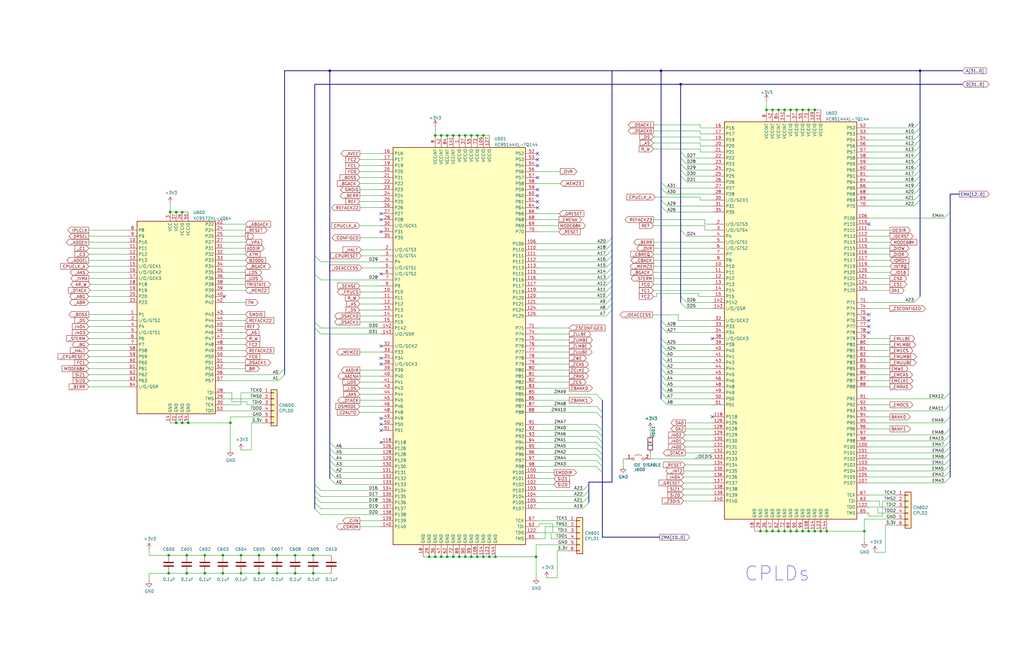
<source format=kicad_sch>
(kicad_sch (version 20211123) (generator eeschema)
  (paper "B")
  (title_block (title "Amiga N2630") (date "2022-07-21") (rev "2.1 QFP"))
  (junction (at 93.98 234.315))
  (junction (at 124.46 234.315))
  (junction (at 364.49 224.155))
  (junction (at 335.915 224.155))
  (junction (at 71.755 89.535))
  (junction (at 226.06 234.95))
  (junction (at 74.295 178.435))
  (junction (at 74.295 89.535))
  (junction (at 109.22 234.315))
  (junction (at 71.12 234.315))
  (junction (at 206.375 234.95))
  (junction (at 132.08 234.315))
  (junction (at 208.915 234.95))
  (junction (at 203.835 57.15))
  (junction (at 139.065 29.845))
  (junction (at 109.22 241.935))
  (junction (at 132.08 241.935))
  (junction (at 191.135 57.15))
  (junction (at 193.675 57.15))
  (junction (at 86.36 234.315))
  (junction (at 196.215 57.15))
  (junction (at 325.755 224.155))
  (junction (at 183.515 57.15))
  (junction (at 191.135 234.95))
  (junction (at 76.835 178.435))
  (junction (at 343.535 46.355))
  (junction (at 330.835 224.155))
  (junction (at 387.985 29.845))
  (junction (at 116.84 234.315))
  (junction (at 188.595 57.15))
  (junction (at 97.155 178.435))
  (junction (at 201.295 57.15))
  (junction (at 180.975 234.95))
  (junction (at 340.995 46.355))
  (junction (at 287.02 35.56))
  (junction (at 78.74 234.315))
  (junction (at 76.835 89.535))
  (junction (at 78.74 241.935))
  (junction (at 124.46 241.935))
  (junction (at 278.765 29.845))
  (junction (at 333.375 224.155))
  (junction (at 101.6 234.315))
  (junction (at 340.995 224.155))
  (junction (at 323.215 46.355))
  (junction (at 325.755 46.355))
  (junction (at 338.455 46.355))
  (junction (at 346.075 224.155))
  (junction (at 186.055 234.95))
  (junction (at 198.755 57.15))
  (junction (at 79.375 178.435))
  (junction (at 196.215 234.95))
  (junction (at 186.055 57.15))
  (junction (at 93.98 241.935))
  (junction (at 328.295 46.355))
  (junction (at 101.6 241.935))
  (junction (at 323.215 224.155))
  (junction (at 328.295 224.155))
  (junction (at 343.535 224.155))
  (junction (at 330.835 46.355))
  (junction (at 116.84 241.935))
  (junction (at 335.915 46.355))
  (junction (at 320.675 224.155))
  (junction (at 338.455 224.155))
  (junction (at 183.515 234.95))
  (junction (at 71.12 241.935))
  (junction (at 86.36 241.935))
  (junction (at 333.375 46.355))
  (junction (at 193.675 234.95))
  (junction (at 203.835 234.95))
  (junction (at 188.595 234.95))
  (junction (at 201.295 234.95))
  (junction (at 348.615 224.155))
  (junction (at 198.755 234.95))
  (no_connect (at 94.615 125.095))
  (no_connect (at 300.355 142.875))
  (no_connect (at 160.655 186.69))
  (no_connect (at 226.695 85.09))
  (no_connect (at 226.695 87.63))
  (no_connect (at 226.695 82.55))
  (no_connect (at 226.695 80.01))
  (no_connect (at 226.695 74.93))
  (no_connect (at 226.695 67.31))
  (no_connect (at 226.695 64.77))
  (no_connect (at 226.695 69.85))
  (no_connect (at 160.655 115.57))
  (no_connect (at 160.655 97.79))
  (no_connect (at 160.655 90.17))
  (no_connect (at 300.355 175.895))
  (no_connect (at 366.395 94.615))
  (no_connect (at 160.655 153.67))
  (no_connect (at 160.655 146.05))
  (no_connect (at 160.655 92.71))
  (no_connect (at 366.395 140.335))
  (no_connect (at 366.395 137.795))
  (no_connect (at 366.395 135.255))
  (no_connect (at 160.655 151.13))
  (no_connect (at 160.655 179.07))
  (no_connect (at 160.655 176.53))
  (no_connect (at 160.655 181.61))
  (no_connect (at 366.395 132.715))
  (bus_entry (at 281.305 137.795) (size -2.54 -2.54))
  (bus_entry (at 398.145 186.055) (size 2.54 -2.54))
  (bus_entry (at 398.018 183.515) (size 2.54 -2.54))
  (bus_entry (at 398.145 188.595) (size 2.54 -2.54))
  (bus_entry (at 398.145 173.355) (size 2.54 -2.54))
  (bus_entry (at 398.145 178.435) (size 2.54 -2.54))
  (bus_entry (at 255.524 107.95) (size 2.54 -2.54))
  (bus_entry (at 385.445 74.295) (size 2.54 -2.54))
  (bus_entry (at 385.445 61.595) (size 2.54 -2.54))
  (bus_entry (at 255.524 133.35) (size 2.54 -2.54))
  (bus_entry (at 385.445 53.975) (size 2.54 -2.54))
  (bus_entry (at 281.305 89.535) (size -2.54 -2.54))
  (bus_entry (at 281.305 79.375) (size -2.54 -2.54))
  (bus_entry (at 385.445 127.635) (size 2.54 -2.54))
  (bus_entry (at 385.445 79.375) (size 2.54 -2.54))
  (bus_entry (at 135.255 209.55) (size -2.54 -2.54))
  (bus_entry (at 289.56 71.755) (size -2.54 -2.54))
  (bus_entry (at 281.305 165.735) (size -2.54 -2.54))
  (bus_entry (at 398.145 201.295) (size 2.54 -2.54))
  (bus_entry (at 398.145 193.675) (size 2.54 -2.54))
  (bus_entry (at 398.145 203.835) (size 2.54 -2.54))
  (bus_entry (at 398.145 92.075) (size 2.54 -2.54))
  (bus_entry (at 398.018 198.755) (size 2.54 -2.54))
  (bus_entry (at 398.145 196.215) (size 2.54 -2.54))
  (bus_entry (at 398.145 191.135) (size 2.54 -2.54))
  (bus_entry (at 135.255 207.01) (size -2.54 -2.54))
  (bus_entry (at 281.305 163.195) (size -2.54 -2.54))
  (bus_entry (at 281.305 150.495) (size -2.54 -2.54))
  (bus_entry (at 281.305 145.415) (size -2.54 -2.54))
  (bus_entry (at 141.605 204.47) (size -2.54 -2.54))
  (bus_entry (at 141.605 196.85) (size -2.54 -2.54))
  (bus_entry (at 141.605 194.31) (size -2.54 -2.54))
  (bus_entry (at 141.605 199.39) (size -2.54 -2.54))
  (bus_entry (at 141.605 201.93) (size -2.54 -2.54))
  (bus_entry (at 141.605 189.23) (size -2.54 -2.54))
  (bus_entry (at 141.605 191.77) (size -2.54 -2.54))
  (bus_entry (at 255.524 118.11) (size 2.54 -2.54))
  (bus_entry (at 255.524 128.27) (size 2.54 -2.54))
  (bus_entry (at 255.524 120.65) (size 2.54 -2.54))
  (bus_entry (at 255.524 123.19) (size 2.54 -2.54))
  (bus_entry (at 255.524 125.73) (size 2.54 -2.54))
  (bus_entry (at 255.524 130.81) (size 2.54 -2.54))
  (bus_entry (at 245.745 207.01) (size 2.54 -2.54))
  (bus_entry (at 245.745 214.63) (size 2.54 -2.54))
  (bus_entry (at 245.745 212.09) (size 2.54 -2.54))
  (bus_entry (at 255.524 115.57) (size 2.54 -2.54))
  (bus_entry (at 255.524 113.03) (size 2.54 -2.54))
  (bus_entry (at 245.745 209.55) (size 2.54 -2.54))
  (bus_entry (at 385.445 84.455) (size 2.54 -2.54))
  (bus_entry (at 289.56 130.175) (size -2.54 -2.54))
  (bus_entry (at 385.445 69.215) (size 2.54 -2.54))
  (bus_entry (at 255.524 110.49) (size 2.54 -2.54))
  (bus_entry (at 385.445 81.915) (size 2.54 -2.54))
  (bus_entry (at 385.445 59.055) (size 2.54 -2.54))
  (bus_entry (at 281.305 170.815) (size -2.54 -2.54))
  (bus_entry (at 289.56 127.635) (size -2.54 -2.54))
  (bus_entry (at 385.445 56.515) (size 2.54 -2.54))
  (bus_entry (at 281.305 155.575) (size -2.54 -2.54))
  (bus_entry (at 135.255 217.17) (size -2.54 -2.54))
  (bus_entry (at 289.56 74.295) (size -2.54 -2.54))
  (bus_entry (at 281.305 168.275) (size -2.54 -2.54))
  (bus_entry (at 281.305 160.655) (size -2.54 -2.54))
  (bus_entry (at 289.56 99.695) (size -2.54 -2.54))
  (bus_entry (at 117.475 158.115) (size 2.54 -2.54))
  (bus_entry (at 255.524 102.87) (size 2.54 -2.54))
  (bus_entry (at 385.445 71.755) (size 2.54 -2.54))
  (bus_entry (at 281.305 158.115) (size -2.54 -2.54))
  (bus_entry (at 398.145 168.275) (size 2.54 -2.54))
  (bus_entry (at 289.56 66.675) (size -2.54 -2.54))
  (bus_entry (at 281.305 147.955) (size -2.54 -2.54))
  (bus_entry (at 385.445 64.135) (size 2.54 -2.54))
  (bus_entry (at 281.305 140.335) (size -2.54 -2.54))
  (bus_entry (at 385.445 86.995) (size 2.54 -2.54))
  (bus_entry (at 289.56 76.835) (size -2.54 -2.54))
  (bus_entry (at 385.445 66.675) (size 2.54 -2.54))
  (bus_entry (at 385.445 76.835) (size 2.54 -2.54))
  (bus_entry (at 255.524 105.41) (size 2.54 -2.54))
  (bus_entry (at 281.305 153.035) (size -2.54 -2.54))
  (bus_entry (at 135.255 212.09) (size -2.54 -2.54))
  (bus_entry (at 289.56 69.215) (size -2.54 -2.54))
  (bus_entry (at 251.46 171.45) (size 2.54 2.54))
  (bus_entry (at 251.46 166.37) (size 2.54 2.54))
  (bus_entry (at 251.46 179.07) (size 2.54 2.54))
  (bus_entry (at 251.46 173.99) (size 2.54 2.54))
  (bus_entry (at 251.46 191.77) (size 2.54 2.54))
  (bus_entry (at 251.46 194.31) (size 2.54 2.54))
  (bus_entry (at 251.46 196.85) (size 2.54 2.54))
  (bus_entry (at 251.46 184.15) (size 2.54 2.54))
  (bus_entry (at 251.46 189.23) (size 2.54 2.54))
  (bus_entry (at 251.46 181.61) (size 2.54 2.54))
  (bus_entry (at 251.46 186.69) (size 2.54 2.54))
  (bus_entry (at 117.475 160.655) (size 2.54 -2.54))
  (bus_entry (at 281.305 86.995) (size -2.54 -2.54))
  (bus_entry (at 281.305 81.915) (size -2.54 -2.54))
  (bus_entry (at 135.255 110.49) (size -2.54 -2.54))
  (bus_entry (at 135.255 118.11) (size -2.54 -2.54))
  (bus_entry (at 135.255 140.97) (size -2.54 -2.54))
  (bus_entry (at 135.255 138.43) (size -2.54 -2.54))
  (bus_entry (at 135.255 214.63) (size -2.54 -2.54))
  (bus (pts (xy 278.765 79.375) (xy 278.765 84.455)))
  (wire (pts (xy 53.975 112.395) (xy 37.465 112.395)))
  (wire (pts (xy 160.655 166.37) (xy 151.765 166.37)))
  (wire (pts (xy 366.395 173.355) (xy 398.145 173.355)))
  (wire (pts (xy 276.225 83.185) (xy 295.275 83.185)))
  (wire (pts (xy 183.515 234.95) (xy 186.055 234.95)))
  (wire (pts (xy 226.06 243.84) (xy 226.06 234.95)))
  (wire (pts (xy 226.06 234.95) (xy 226.06 229.87)))
  (bus (pts (xy 258.064 120.65) (xy 258.064 118.11)))
  (bus (pts (xy 132.715 107.95) (xy 132.715 35.56)))
  (wire (pts (xy 297.18 97.155) (xy 300.355 97.155)))
  (bus (pts (xy 258.064 115.57) (xy 258.064 113.03)))
  (bus (pts (xy 254 181.61) (xy 254 184.15)))
  (wire (pts (xy 203.835 234.95) (xy 206.375 234.95)))
  (wire (pts (xy 366.395 109.855) (xy 375.285 109.855)))
  (wire (pts (xy 288.29 203.835) (xy 300.355 203.835)))
  (wire (pts (xy 103.505 147.955) (xy 94.615 147.955)))
  (wire (pts (xy 297.18 92.71) (xy 297.18 94.615)))
  (wire (pts (xy 180.975 234.95) (xy 183.515 234.95)))
  (wire (pts (xy 101.6 241.935) (xy 93.98 241.935)))
  (wire (pts (xy 239.395 222.25) (xy 229.87 222.25)))
  (bus (pts (xy 248.285 212.09) (xy 248.285 209.55)))
  (wire (pts (xy 300.355 165.735) (xy 281.305 165.735)))
  (bus (pts (xy 287.02 125.095) (xy 287.02 127.635)))
  (wire (pts (xy 289.56 127.635) (xy 300.355 127.635)))
  (wire (pts (xy 300.355 160.655) (xy 281.305 160.655)))
  (wire (pts (xy 53.975 109.855) (xy 37.465 109.855)))
  (wire (pts (xy 103.505 135.255) (xy 94.615 135.255)))
  (wire (pts (xy 188.595 234.95) (xy 191.135 234.95)))
  (wire (pts (xy 151.765 222.25) (xy 160.655 222.25)))
  (wire (pts (xy 366.395 170.815) (xy 375.285 170.815)))
  (wire (pts (xy 372.11 217.805) (xy 366.395 217.805)))
  (wire (pts (xy 104.14 170.815) (xy 110.49 170.815)))
  (wire (pts (xy 366.395 120.015) (xy 375.285 120.015)))
  (wire (pts (xy 135.255 214.63) (xy 160.655 214.63)))
  (wire (pts (xy 320.675 224.155) (xy 318.135 224.155)))
  (wire (pts (xy 286.004 135.255) (xy 286.004 132.842)))
  (wire (pts (xy 295.275 52.705) (xy 275.59 52.705)))
  (bus (pts (xy 139.065 194.31) (xy 139.065 196.85)))
  (wire (pts (xy 328.295 46.355) (xy 325.755 46.355)))
  (wire (pts (xy 385.445 71.755) (xy 366.395 71.755)))
  (wire (pts (xy 274.193 193.675) (xy 300.355 193.675)))
  (wire (pts (xy 281.305 150.495) (xy 300.355 150.495)))
  (wire (pts (xy 255.524 110.49) (xy 226.695 110.49)))
  (wire (pts (xy 245.745 214.63) (xy 226.695 214.63)))
  (wire (pts (xy 262.763 193.675) (xy 262.763 196.85)))
  (wire (pts (xy 364.49 224.155) (xy 364.49 219.075)))
  (wire (pts (xy 385.445 84.455) (xy 366.395 84.455)))
  (bus (pts (xy 132.715 212.09) (xy 132.715 214.63)))
  (wire (pts (xy 97.155 178.435) (xy 97.155 175.895)))
  (wire (pts (xy 53.975 122.555) (xy 38.1 122.555)))
  (wire (pts (xy 295.275 60.325) (xy 295.275 61.595)))
  (bus (pts (xy 248.285 209.55) (xy 248.285 207.01)))
  (wire (pts (xy 297.18 95.25) (xy 297.18 97.155)))
  (wire (pts (xy 71.755 85.725) (xy 71.755 89.535)))
  (wire (pts (xy 103.505 102.235) (xy 94.615 102.235)))
  (wire (pts (xy 135.255 207.01) (xy 160.655 207.01)))
  (wire (pts (xy 300.355 107.315) (xy 275.59 107.315)))
  (wire (pts (xy 151.765 87.63) (xy 160.655 87.63)))
  (wire (pts (xy 226.695 140.97) (xy 240.03 140.97)))
  (wire (pts (xy 103.505 155.575) (xy 94.615 155.575)))
  (bus (pts (xy 132.715 138.557) (xy 132.715 204.47)))
  (wire (pts (xy 226.695 189.23) (xy 251.46 189.23)))
  (wire (pts (xy 191.135 57.15) (xy 188.595 57.15)))
  (wire (pts (xy 53.975 125.095) (xy 37.465 125.095)))
  (wire (pts (xy 335.915 46.355) (xy 333.375 46.355)))
  (wire (pts (xy 300.355 208.915) (xy 288.29 208.915)))
  (wire (pts (xy 94.615 94.615) (xy 103.505 94.615)))
  (wire (pts (xy 385.445 127.635) (xy 366.395 127.635)))
  (wire (pts (xy 226.695 219.71) (xy 239.395 219.71)))
  (bus (pts (xy 258.064 102.87) (xy 258.064 100.33)))
  (wire (pts (xy 281.305 147.955) (xy 300.355 147.955)))
  (wire (pts (xy 226.695 97.79) (xy 235.585 97.79)))
  (wire (pts (xy 37.465 158.115) (xy 53.975 158.115)))
  (wire (pts (xy 281.305 89.535) (xy 300.355 89.535)))
  (wire (pts (xy 281.305 81.915) (xy 300.355 81.915)))
  (bus (pts (xy 254 191.77) (xy 254 194.31)))
  (wire (pts (xy 289.56 99.695) (xy 300.355 99.695)))
  (bus (pts (xy 400.685 191.135) (xy 400.685 188.595)))
  (wire (pts (xy 226.695 194.31) (xy 251.46 194.31)))
  (wire (pts (xy 160.655 74.93) (xy 151.765 74.93)))
  (wire (pts (xy 103.505 122.555) (xy 94.615 122.555)))
  (wire (pts (xy 226.695 191.77) (xy 251.46 191.77)))
  (bus (pts (xy 258.064 118.11) (xy 258.064 115.57)))
  (bus (pts (xy 254 199.39) (xy 254 226.695)))
  (wire (pts (xy 300.355 186.055) (xy 288.925 186.055)))
  (wire (pts (xy 94.615 158.115) (xy 117.475 158.115)))
  (wire (pts (xy 300.355 112.395) (xy 275.59 112.395)))
  (wire (pts (xy 289.56 74.295) (xy 300.355 74.295)))
  (wire (pts (xy 206.375 234.95) (xy 208.915 234.95)))
  (wire (pts (xy 366.395 175.895) (xy 375.285 175.895)))
  (wire (pts (xy 274.193 183.515) (xy 274.193 180.975)))
  (wire (pts (xy 196.215 234.95) (xy 198.755 234.95)))
  (wire (pts (xy 160.655 64.77) (xy 151.765 64.77)))
  (bus (pts (xy 387.985 64.135) (xy 387.985 66.675)))
  (bus (pts (xy 254 189.23) (xy 254 191.77)))
  (wire (pts (xy 300.355 125.095) (xy 294.64 125.095)))
  (wire (pts (xy 160.655 77.47) (xy 151.765 77.47)))
  (wire (pts (xy 300.355 170.815) (xy 281.305 170.815)))
  (wire (pts (xy 274.193 191.135) (xy 274.193 193.675)))
  (wire (pts (xy 141.605 196.85) (xy 160.655 196.85)))
  (wire (pts (xy 289.56 76.835) (xy 300.355 76.835)))
  (wire (pts (xy 94.615 109.855) (xy 103.505 109.855)))
  (wire (pts (xy 385.445 53.975) (xy 366.395 53.975)))
  (wire (pts (xy 160.655 173.99) (xy 151.765 173.99)))
  (wire (pts (xy 325.755 46.355) (xy 323.215 46.355)))
  (wire (pts (xy 196.215 57.15) (xy 193.675 57.15)))
  (wire (pts (xy 53.975 117.475) (xy 37.465 117.475)))
  (bus (pts (xy 400.685 175.895) (xy 400.685 170.815)))
  (bus (pts (xy 387.985 61.595) (xy 387.985 64.135)))
  (wire (pts (xy 366.395 145.415) (xy 375.285 145.415)))
  (wire (pts (xy 93.98 241.935) (xy 86.36 241.935)))
  (wire (pts (xy 300.355 183.515) (xy 288.925 183.515)))
  (wire (pts (xy 275.59 104.775) (xy 300.355 104.775)))
  (wire (pts (xy 103.505 150.495) (xy 94.615 150.495)))
  (wire (pts (xy 37.465 147.955) (xy 53.975 147.955)))
  (wire (pts (xy 226.695 199.39) (xy 233.68 199.39)))
  (wire (pts (xy 124.46 241.935) (xy 132.08 241.935)))
  (wire (pts (xy 340.995 224.155) (xy 338.455 224.155)))
  (wire (pts (xy 37.465 132.715) (xy 53.975 132.715)))
  (wire (pts (xy 37.465 140.335) (xy 53.975 140.335)))
  (bus (pts (xy 400.685 89.535) (xy 400.685 81.915)))
  (wire (pts (xy 151.765 156.21) (xy 160.655 156.21)))
  (wire (pts (xy 151.765 123.19) (xy 160.655 123.19)))
  (wire (pts (xy 53.975 137.795) (xy 37.465 137.795)))
  (bus (pts (xy 254 194.31) (xy 254 196.85)))
  (wire (pts (xy 226.695 95.25) (xy 235.585 95.25)))
  (wire (pts (xy 37.465 104.775) (xy 53.975 104.775)))
  (wire (pts (xy 300.355 163.195) (xy 281.305 163.195)))
  (wire (pts (xy 281.305 86.995) (xy 300.355 86.995)))
  (bus (pts (xy 248.285 203.454) (xy 258.064 203.454)))
  (wire (pts (xy 208.915 234.95) (xy 226.06 234.95)))
  (bus (pts (xy 278.765 158.115) (xy 278.765 160.655)))
  (wire (pts (xy 135.255 217.17) (xy 160.655 217.17)))
  (wire (pts (xy 191.135 234.95) (xy 193.675 234.95)))
  (bus (pts (xy 258.064 113.03) (xy 258.064 110.49)))
  (wire (pts (xy 366.395 178.435) (xy 398.145 178.435)))
  (bus (pts (xy 278.765 153.035) (xy 278.765 155.575)))
  (wire (pts (xy 385.445 69.215) (xy 366.395 69.215)))
  (bus (pts (xy 120.015 29.845) (xy 139.065 29.845)))
  (bus (pts (xy 287.02 35.56) (xy 287.02 64.135)))
  (wire (pts (xy 160.655 163.83) (xy 151.765 163.83)))
  (wire (pts (xy 375.285 122.555) (xy 366.395 122.555)))
  (bus (pts (xy 278.765 160.655) (xy 278.765 163.195)))
  (bus (pts (xy 254 176.53) (xy 254 181.61)))
  (bus (pts (xy 258.064 128.27) (xy 258.064 130.81)))
  (wire (pts (xy 151.765 125.73) (xy 160.655 125.73)))
  (wire (pts (xy 76.835 178.435) (xy 79.375 178.435)))
  (wire (pts (xy 151.765 158.75) (xy 160.655 158.75)))
  (wire (pts (xy 226.695 148.59) (xy 240.03 148.59)))
  (wire (pts (xy 234.95 243.84) (xy 230.505 243.84)))
  (wire (pts (xy 103.505 140.335) (xy 94.615 140.335)))
  (wire (pts (xy 226.695 92.71) (xy 235.712 92.71)))
  (wire (pts (xy 255.524 102.87) (xy 226.695 102.87)))
  (wire (pts (xy 109.22 241.935) (xy 101.6 241.935)))
  (wire (pts (xy 141.605 191.77) (xy 160.655 191.77)))
  (wire (pts (xy 193.675 234.95) (xy 196.215 234.95)))
  (wire (pts (xy 79.375 178.435) (xy 97.155 178.435)))
  (wire (pts (xy 372.11 211.455) (xy 372.11 217.805)))
  (bus (pts (xy 387.985 66.675) (xy 387.985 69.215)))
  (bus (pts (xy 400.685 81.915) (xy 404.495 81.915)))
  (wire (pts (xy 366.395 163.195) (xy 375.285 163.195)))
  (wire (pts (xy 103.505 145.415) (xy 94.615 145.415)))
  (wire (pts (xy 300.355 117.475) (xy 275.59 117.475)))
  (wire (pts (xy 264.033 193.675) (xy 262.763 193.675)))
  (wire (pts (xy 226.695 72.39) (xy 236.22 72.39)))
  (bus (pts (xy 278.765 145.415) (xy 278.765 147.955)))
  (bus (pts (xy 287.02 74.295) (xy 287.02 97.155)))
  (bus (pts (xy 278.765 29.845) (xy 387.985 29.845)))
  (bus (pts (xy 278.765 165.735) (xy 278.765 168.275)))
  (bus (pts (xy 400.685 193.675) (xy 400.685 191.135)))
  (wire (pts (xy 135.255 138.43) (xy 160.655 138.43)))
  (wire (pts (xy 109.22 234.315) (xy 116.84 234.315)))
  (wire (pts (xy 151.765 120.65) (xy 160.655 120.65)))
  (wire (pts (xy 160.655 107.95) (xy 152.4 107.95)))
  (bus (pts (xy 287.02 64.135) (xy 287.02 66.675)))
  (bus (pts (xy 258.064 130.81) (xy 258.064 203.454)))
  (wire (pts (xy 366.395 183.515) (xy 398.018 183.515)))
  (wire (pts (xy 141.605 189.23) (xy 160.655 189.23)))
  (wire (pts (xy 333.375 46.355) (xy 330.835 46.355)))
  (wire (pts (xy 226.695 158.75) (xy 240.03 158.75)))
  (wire (pts (xy 300.355 114.935) (xy 275.59 114.935)))
  (wire (pts (xy 160.655 95.25) (xy 151.765 95.25)))
  (wire (pts (xy 229.87 222.25) (xy 229.87 227.33)))
  (wire (pts (xy 233.045 220.98) (xy 227.33 220.98)))
  (bus (pts (xy 400.685 89.535) (xy 400.685 165.735)))
  (wire (pts (xy 116.84 241.935) (xy 124.46 241.935)))
  (wire (pts (xy 135.255 110.49) (xy 160.655 110.49)))
  (wire (pts (xy 53.975 107.315) (xy 37.465 107.315)))
  (wire (pts (xy 300.355 120.015) (xy 275.59 120.015)))
  (wire (pts (xy 86.36 234.315) (xy 78.74 234.315)))
  (bus (pts (xy 387.985 29.845) (xy 405.765 29.845)))
  (wire (pts (xy 226.695 77.47) (xy 236.1946 77.47)))
  (wire (pts (xy 103.505 112.395) (xy 94.615 112.395)))
  (wire (pts (xy 97.155 189.865) (xy 97.155 178.435)))
  (wire (pts (xy 151.765 130.81) (xy 160.655 130.81)))
  (wire (pts (xy 232.41 227.33) (xy 239.395 227.33)))
  (wire (pts (xy 275.59 60.325) (xy 295.275 60.325)))
  (wire (pts (xy 338.455 224.155) (xy 335.915 224.155)))
  (wire (pts (xy 226.695 90.17) (xy 235.839 90.17)))
  (wire (pts (xy 101.6 165.735) (xy 101.6 170.815)))
  (wire (pts (xy 370.84 213.995) (xy 377.825 213.995)))
  (wire (pts (xy 97.79 165.735) (xy 97.79 169.545)))
  (wire (pts (xy 300.355 84.455) (xy 295.275 84.455)))
  (wire (pts (xy 198.755 57.15) (xy 196.215 57.15)))
  (wire (pts (xy 226.695 179.07) (xy 251.46 179.07)))
  (wire (pts (xy 201.295 57.15) (xy 198.755 57.15)))
  (wire (pts (xy 276.86 125.095) (xy 275.59 125.095)))
  (wire (pts (xy 109.22 241.935) (xy 116.84 241.935)))
  (wire (pts (xy 297.18 94.615) (xy 300.355 94.615)))
  (wire (pts (xy 348.615 224.155) (xy 364.49 224.155)))
  (wire (pts (xy 71.12 234.315) (xy 62.865 234.315)))
  (bus (pts (xy 139.065 191.77) (xy 139.065 194.31)))
  (wire (pts (xy 385.445 86.995) (xy 366.395 86.995)))
  (wire (pts (xy 198.755 234.95) (xy 201.295 234.95)))
  (wire (pts (xy 255.524 133.35) (xy 226.695 133.35)))
  (bus (pts (xy 400.685 188.595) (xy 400.685 186.055)))
  (bus (pts (xy 258.064 100.33) (xy 258.064 29.972)))
  (bus (pts (xy 387.985 56.515) (xy 387.985 59.055)))
  (bus (pts (xy 139.065 186.69) (xy 139.065 189.23)))
  (wire (pts (xy 124.46 234.315) (xy 132.08 234.315)))
  (wire (pts (xy 294.64 123.825) (xy 276.86 123.825)))
  (wire (pts (xy 141.605 199.39) (xy 160.655 199.39)))
  (wire (pts (xy 71.12 241.935) (xy 62.865 241.935)))
  (wire (pts (xy 370.205 213.995) (xy 370.205 216.535)))
  (wire (pts (xy 366.395 168.275) (xy 398.145 168.275)))
  (wire (pts (xy 203.835 57.15) (xy 201.295 57.15)))
  (wire (pts (xy 53.975 99.695) (xy 37.465 99.695)))
  (wire (pts (xy 233.045 224.79) (xy 233.045 220.98)))
  (bus (pts (xy 400.685 183.515) (xy 400.685 175.895)))
  (wire (pts (xy 366.395 112.395) (xy 375.285 112.395)))
  (wire (pts (xy 37.465 153.035) (xy 53.975 153.035)))
  (bus (pts (xy 278.765 163.195) (xy 278.765 165.735)))
  (wire (pts (xy 226.695 184.15) (xy 251.46 184.15)))
  (wire (pts (xy 366.395 203.835) (xy 398.145 203.835)))
  (wire (pts (xy 366.395 114.935) (xy 375.285 114.935)))
  (wire (pts (xy 385.445 64.135) (xy 366.395 64.135)))
  (wire (pts (xy 186.055 234.95) (xy 188.595 234.95)))
  (wire (pts (xy 323.215 224.155) (xy 320.675 224.155)))
  (wire (pts (xy 288.29 198.755) (xy 300.355 198.755)))
  (wire (pts (xy 226.695 146.05) (xy 240.03 146.05)))
  (wire (pts (xy 300.355 191.135) (xy 288.925 191.135)))
  (wire (pts (xy 377.825 221.615) (xy 373.38 221.615)))
  (bus (pts (xy 278.765 137.795) (xy 278.765 142.875)))
  (wire (pts (xy 366.395 142.875) (xy 375.285 142.875)))
  (wire (pts (xy 255.524 130.81) (xy 226.695 130.81)))
  (bus (pts (xy 258.064 107.95) (xy 258.064 105.41)))
  (wire (pts (xy 385.445 56.515) (xy 366.395 56.515)))
  (wire (pts (xy 323.215 42.545) (xy 323.215 46.355)))
  (wire (pts (xy 103.505 137.795) (xy 94.615 137.795)))
  (wire (pts (xy 117.475 160.655) (xy 94.615 160.655)))
  (wire (pts (xy 132.08 234.315) (xy 139.7 234.315)))
  (wire (pts (xy 160.655 161.29) (xy 151.765 161.29)))
  (wire (pts (xy 300.355 56.515) (xy 295.275 56.515)))
  (bus (pts (xy 132.715 115.57) (xy 132.715 107.95)))
  (wire (pts (xy 226.695 204.47) (xy 233.553 204.47)))
  (wire (pts (xy 53.975 127.635) (xy 37.465 127.635)))
  (bus (pts (xy 387.985 81.915) (xy 387.985 84.455)))
  (wire (pts (xy 288.925 196.215) (xy 300.355 196.215)))
  (wire (pts (xy 295.275 55.245) (xy 275.59 55.245)))
  (wire (pts (xy 97.79 169.545) (xy 104.14 169.545)))
  (bus (pts (xy 400.685 186.055) (xy 400.685 183.515)))
  (wire (pts (xy 132.08 241.935) (xy 139.7 241.935)))
  (wire (pts (xy 295.275 64.135) (xy 295.275 62.865)))
  (bus (pts (xy 400.685 201.295) (xy 400.685 198.755)))
  (wire (pts (xy 366.395 117.475) (xy 375.285 117.475)))
  (wire (pts (xy 288.925 180.975) (xy 300.355 180.975)))
  (wire (pts (xy 366.395 211.455) (xy 370.84 211.455)))
  (wire (pts (xy 226.695 156.21) (xy 240.03 156.21)))
  (wire (pts (xy 53.975 120.015) (xy 38.1 120.015)))
  (wire (pts (xy 370.205 216.535) (xy 377.825 216.535)))
  (wire (pts (xy 226.695 161.29) (xy 240.03 161.29)))
  (wire (pts (xy 364.49 219.075) (xy 377.825 219.075)))
  (wire (pts (xy 255.524 105.41) (xy 226.695 105.41)))
  (wire (pts (xy 295.275 56.515) (xy 295.275 55.245)))
  (wire (pts (xy 93.98 234.315) (xy 86.36 234.315)))
  (wire (pts (xy 276.86 123.825) (xy 276.86 125.095)))
  (wire (pts (xy 281.305 153.035) (xy 300.355 153.035)))
  (wire (pts (xy 373.38 233.045) (xy 368.935 233.045)))
  (bus (pts (xy 132.715 135.89) (xy 132.715 115.57)))
  (wire (pts (xy 275.59 102.235) (xy 300.355 102.235)))
  (wire (pts (xy 227.33 222.25) (xy 226.695 222.25)))
  (wire (pts (xy 275.59 62.865) (xy 295.275 62.865)))
  (wire (pts (xy 151.765 67.31) (xy 160.655 67.31)))
  (bus (pts (xy 254 184.15) (xy 254 186.69)))
  (wire (pts (xy 366.395 198.755) (xy 398.018 198.755)))
  (wire (pts (xy 366.395 104.775) (xy 375.285 104.775)))
  (wire (pts (xy 160.655 80.01) (xy 151.765 80.01)))
  (wire (pts (xy 255.524 113.03) (xy 226.695 113.03)))
  (wire (pts (xy 366.395 150.495) (xy 375.285 150.495)))
  (bus (pts (xy 287.02 35.56) (xy 405.765 35.56)))
  (wire (pts (xy 288.29 206.375) (xy 300.355 206.375)))
  (wire (pts (xy 160.655 171.45) (xy 151.765 171.45)))
  (wire (pts (xy 151.765 128.27) (xy 160.655 128.27)))
  (wire (pts (xy 206.375 57.15) (xy 203.835 57.15)))
  (wire (pts (xy 160.655 85.09) (xy 151.765 85.09)))
  (wire (pts (xy 286.004 132.842) (xy 275.082 132.842)))
  (bus (pts (xy 287.02 71.755) (xy 287.02 74.295)))
  (wire (pts (xy 255.524 115.57) (xy 226.695 115.57)))
  (wire (pts (xy 160.655 168.91) (xy 151.765 168.91)))
  (wire (pts (xy 37.465 150.495) (xy 53.975 150.495)))
  (wire (pts (xy 385.445 79.375) (xy 366.395 79.375)))
  (wire (pts (xy 37.465 160.655) (xy 53.975 160.655)))
  (wire (pts (xy 328.295 224.155) (xy 325.755 224.155)))
  (wire (pts (xy 366.395 153.035) (xy 375.285 153.035)))
  (wire (pts (xy 245.745 212.09) (xy 226.695 212.09)))
  (wire (pts (xy 53.975 135.255) (xy 37.465 135.255)))
  (wire (pts (xy 275.59 57.785) (xy 295.275 57.785)))
  (wire (pts (xy 160.655 72.39) (xy 151.765 72.39)))
  (wire (pts (xy 226.695 171.45) (xy 251.46 171.45)))
  (wire (pts (xy 294.64 125.095) (xy 294.64 123.825)))
  (wire (pts (xy 37.465 145.415) (xy 53.975 145.415)))
  (wire (pts (xy 226.695 151.13) (xy 240.03 151.13)))
  (bus (pts (xy 400.685 170.815) (xy 400.685 165.735)))
  (bus (pts (xy 139.065 199.39) (xy 139.065 201.93)))
  (wire (pts (xy 364.49 228.6) (xy 364.49 224.155)))
  (wire (pts (xy 103.505 142.875) (xy 94.615 142.875)))
  (wire (pts (xy 377.825 211.455) (xy 372.11 211.455)))
  (bus (pts (xy 278.765 147.955) (xy 278.765 150.495)))
  (wire (pts (xy 94.615 97.155) (xy 103.505 97.155)))
  (bus (pts (xy 387.985 79.375) (xy 387.985 81.915)))
  (bus (pts (xy 120.015 158.115) (xy 120.015 155.575)))
  (bus (pts (xy 387.985 53.975) (xy 387.985 56.515)))
  (wire (pts (xy 226.695 181.61) (xy 251.46 181.61)))
  (wire (pts (xy 110.49 168.275) (xy 94.615 168.275)))
  (bus (pts (xy 132.715 35.56) (xy 287.02 35.56)))
  (wire (pts (xy 366.395 213.995) (xy 370.205 213.995)))
  (bus (pts (xy 254 226.695) (xy 278.13 226.695)))
  (bus (pts (xy 258.064 105.41) (xy 258.064 102.87)))
  (bus (pts (xy 120.015 155.575) (xy 120.015 29.845)))
  (wire (pts (xy 110.49 173.355) (xy 94.615 173.355)))
  (wire (pts (xy 160.655 204.47) (xy 141.605 204.47)))
  (wire (pts (xy 295.275 53.975) (xy 295.275 52.705)))
  (bus (pts (xy 139.065 196.85) (xy 139.065 199.39)))
  (bus (pts (xy 387.985 74.295) (xy 387.985 76.835)))
  (bus (pts (xy 387.985 69.215) (xy 387.985 71.755)))
  (wire (pts (xy 366.395 158.115) (xy 375.285 158.115)))
  (wire (pts (xy 289.56 71.755) (xy 300.355 71.755)))
  (wire (pts (xy 109.22 234.315) (xy 101.6 234.315)))
  (wire (pts (xy 330.835 224.155) (xy 328.295 224.155)))
  (bus (pts (xy 387.985 51.435) (xy 387.985 53.975)))
  (wire (pts (xy 385.445 76.835) (xy 366.395 76.835)))
  (wire (pts (xy 37.465 155.575) (xy 53.975 155.575)))
  (wire (pts (xy 79.375 89.535) (xy 76.835 89.535)))
  (bus (pts (xy 132.715 138.43) (xy 132.715 135.89)))
  (wire (pts (xy 366.395 193.675) (xy 398.145 193.675)))
  (bus (pts (xy 258.064 123.19) (xy 258.064 120.65)))
  (wire (pts (xy 346.075 46.355) (xy 343.535 46.355)))
  (wire (pts (xy 152.5778 113.03) (xy 160.655 113.03)))
  (wire (pts (xy 74.295 178.435) (xy 76.835 178.435)))
  (wire (pts (xy 86.36 241.935) (xy 78.74 241.935)))
  (wire (pts (xy 106.045 189.865) (xy 101.6 189.865)))
  (bus (pts (xy 278.765 84.455) (xy 278.765 86.995)))
  (bus (pts (xy 278.765 155.575) (xy 278.765 158.115)))
  (bus (pts (xy 248.285 207.01) (xy 248.285 204.47)))
  (wire (pts (xy 289.56 66.675) (xy 300.355 66.675)))
  (wire (pts (xy 385.445 74.295) (xy 366.395 74.295)))
  (wire (pts (xy 74.295 89.535) (xy 71.755 89.535)))
  (wire (pts (xy 106.045 178.435) (xy 106.045 189.865)))
  (wire (pts (xy 135.255 209.55) (xy 160.655 209.55)))
  (bus (pts (xy 278.765 135.255) (xy 278.765 137.795)))
  (wire (pts (xy 101.6 170.815) (xy 94.615 170.815)))
  (wire (pts (xy 239.395 224.79) (xy 233.045 224.79)))
  (wire (pts (xy 300.355 158.115) (xy 281.305 158.115)))
  (wire (pts (xy 141.605 194.31) (xy 160.655 194.31)))
  (wire (pts (xy 78.74 234.315) (xy 71.12 234.315)))
  (wire (pts (xy 289.56 69.215) (xy 300.355 69.215)))
  (wire (pts (xy 183.515 53.34) (xy 183.515 57.15)))
  (wire (pts (xy 375.285 99.695) (xy 366.395 99.695)))
  (bus (pts (xy 278.765 76.835) (xy 278.765 79.375)))
  (bus (pts (xy 387.985 71.755) (xy 387.985 74.295)))
  (wire (pts (xy 103.505 120.015) (xy 94.615 120.015)))
  (wire (pts (xy 232.41 224.79) (xy 232.41 227.33)))
  (wire (pts (xy 366.395 208.915) (xy 377.825 208.915)))
  (wire (pts (xy 135.255 140.97) (xy 160.655 140.97)))
  (wire (pts (xy 94.615 132.715) (xy 103.505 132.715)))
  (wire (pts (xy 288.29 201.295) (xy 300.355 201.295)))
  (wire (pts (xy 366.395 107.315) (xy 375.285 107.315)))
  (wire (pts (xy 141.605 201.93) (xy 160.655 201.93)))
  (wire (pts (xy 152.4 105.41) (xy 160.655 105.41)))
  (wire (pts (xy 78.74 241.935) (xy 71.12 241.935)))
  (wire (pts (xy 193.675 57.15) (xy 191.135 57.15)))
  (wire (pts (xy 300.355 135.255) (xy 286.004 135.255)))
  (bus (pts (xy 387.985 76.835) (xy 387.985 79.375)))
  (bus (pts (xy 132.715 207.01) (xy 132.715 209.55)))
  (wire (pts (xy 300.355 64.135) (xy 295.275 64.135)))
  (wire (pts (xy 300.355 53.975) (xy 295.275 53.975)))
  (wire (pts (xy 295.275 57.785) (xy 295.275 59.055)))
  (wire (pts (xy 300.355 109.855) (xy 275.59 109.855)))
  (wire (pts (xy 227.33 220.98) (xy 227.33 222.25)))
  (wire (pts (xy 151.765 69.85) (xy 160.655 69.85)))
  (wire (pts (xy 151.765 133.35) (xy 160.655 133.35)))
  (wire (pts (xy 370.84 211.455) (xy 370.84 213.995)))
  (wire (pts (xy 281.305 137.795) (xy 300.355 137.795)))
  (bus (pts (xy 254 168.91) (xy 254 173.99)))
  (wire (pts (xy 325.755 224.155) (xy 323.215 224.155)))
  (bus (pts (xy 278.765 29.845) (xy 278.765 76.835)))
  (wire (pts (xy 275.59 95.25) (xy 297.18 95.25)))
  (wire (pts (xy 343.535 46.355) (xy 340.995 46.355)))
  (wire (pts (xy 385.445 61.595) (xy 366.395 61.595)))
  (wire (pts (xy 366.395 180.975) (xy 375.285 180.975)))
  (bus (pts (xy 258.064 128.27) (xy 258.064 125.73)))
  (wire (pts (xy 330.835 46.355) (xy 328.295 46.355)))
  (bus (pts (xy 387.985 59.055) (xy 387.985 61.595)))
  (wire (pts (xy 338.455 46.355) (xy 335.915 46.355)))
  (wire (pts (xy 226.06 229.87) (xy 239.395 229.87)))
  (wire (pts (xy 53.975 114.935) (xy 37.465 114.935)))
  (wire (pts (xy 300.355 188.595) (xy 288.925 188.595)))
  (wire (pts (xy 288.925 178.435) (xy 300.355 178.435)))
  (wire (pts (xy 62.865 234.315) (xy 62.865 231.775)))
  (wire (pts (xy 97.155 175.895) (xy 110.49 175.895)))
  (bus (pts (xy 132.715 204.47) (xy 132.715 207.01)))
  (wire (pts (xy 186.055 57.15) (xy 183.515 57.15)))
  (bus (pts (xy 254 173.99) (xy 254 176.53)))
  (wire (pts (xy 245.745 207.01) (xy 226.695 207.01)))
  (wire (pts (xy 275.59 92.71) (xy 297.18 92.71)))
  (wire (pts (xy 53.975 102.235) (xy 37.465 102.235)))
  (wire (pts (xy 226.695 224.79) (xy 232.41 224.79)))
  (wire (pts (xy 239.395 232.41) (xy 234.95 232.41)))
  (wire (pts (xy 103.505 153.035) (xy 94.615 153.035)))
  (wire (pts (xy 366.395 196.215) (xy 398.145 196.215)))
  (wire (pts (xy 348.615 224.155) (xy 346.075 224.155)))
  (wire (pts (xy 226.695 186.69) (xy 251.46 186.69)))
  (wire (pts (xy 226.695 196.85) (xy 251.46 196.85)))
  (bus (pts (xy 258.064 125.73) (xy 258.064 123.19)))
  (bus (pts (xy 278.765 150.495) (xy 278.765 153.035)))
  (wire (pts (xy 288.29 211.455) (xy 300.355 211.455)))
  (wire (pts (xy 234.95 232.41) (xy 234.95 243.84)))
  (wire (pts (xy 366.395 217.805) (xy 366.395 216.535)))
  (wire (pts (xy 333.375 224.155) (xy 330.835 224.155)))
  (wire (pts (xy 101.6 234.315) (xy 93.98 234.315)))
  (wire (pts (xy 103.505 117.475) (xy 94.615 117.475)))
  (bus (pts (xy 139.065 189.23) (xy 139.065 191.77)))
  (wire (pts (xy 366.395 147.955) (xy 375.285 147.955)))
  (wire (pts (xy 373.38 221.615) (xy 373.38 233.045)))
  (bus (pts (xy 254 186.69) (xy 254 189.23)))
  (wire (pts (xy 94.615 99.695) (xy 103.505 99.695)))
  (wire (pts (xy 340.995 46.355) (xy 338.455 46.355)))
  (wire (pts (xy 160.655 82.55) (xy 151.765 82.55)))
  (wire (pts (xy 226.695 163.83) (xy 240.03 163.83)))
  (bus (pts (xy 287.02 69.215) (xy 287.02 71.755)))
  (wire (pts (xy 104.14 169.545) (xy 104.14 170.815)))
  (wire (pts (xy 295.275 84.455) (xy 295.275 83.185)))
  (wire (pts (xy 255.524 123.19) (xy 226.695 123.19)))
  (wire (pts (xy 300.355 168.275) (xy 281.305 168.275)))
  (wire (pts (xy 281.305 79.375) (xy 300.355 79.375)))
  (wire (pts (xy 53.975 97.155) (xy 37.465 97.155)))
  (bus (pts (xy 278.765 142.875) (xy 278.765 145.415)))
  (wire (pts (xy 343.535 224.155) (xy 340.995 224.155)))
  (wire (pts (xy 366.395 160.655) (xy 375.285 160.655)))
  (wire (pts (xy 94.615 127.635) (xy 103.759 127.635)))
  (bus (pts (xy 139.065 29.845) (xy 278.765 29.845)))
  (wire (pts (xy 226.695 138.43) (xy 240.03 138.43)))
  (wire (pts (xy 366.395 102.235) (xy 375.285 102.235)))
  (wire (pts (xy 226.695 107.95) (xy 255.524 107.95)))
  (wire (pts (xy 245.745 209.55) (xy 226.695 209.55)))
  (wire (pts (xy 94.615 104.775) (xy 103.505 104.775)))
  (bus (pts (xy 387.985 84.455) (xy 387.985 125.095)))
  (wire (pts (xy 226.695 201.93) (xy 233.553 201.93)))
  (wire (pts (xy 37.465 163.195) (xy 53.975 163.195)))
  (wire (pts (xy 76.835 89.535) (xy 74.295 89.535)))
  (wire (pts (xy 281.305 155.575) (xy 300.355 155.575)))
  (bus (pts (xy 139.065 29.845) (xy 139.065 186.69)))
  (wire (pts (xy 385.445 81.915) (xy 366.395 81.915)))
  (wire (pts (xy 366.395 130.175) (xy 375.158 130.175)))
  (wire (pts (xy 229.87 227.33) (xy 226.695 227.33)))
  (wire (pts (xy 226.695 173.99) (xy 251.46 173.99)))
  (wire (pts (xy 116.84 234.315) (xy 124.46 234.315)))
  (wire (pts (xy 275.59 122.555) (xy 300.355 122.555)))
  (wire (pts (xy 255.524 118.11) (xy 226.695 118.11)))
  (wire (pts (xy 110.49 165.735) (xy 101.6 165.735)))
  (wire (pts (xy 255.524 120.65) (xy 226.695 120.65)))
  (wire (pts (xy 366.395 201.295) (xy 398.145 201.295)))
  (bus (pts (xy 387.985 29.845) (xy 387.985 51.435)))
  (wire (pts (xy 335.915 224.155) (xy 333.375 224.155)))
  (wire (pts (xy 295.275 61.595) (xy 300.355 61.595)))
  (wire (pts (xy 94.615 107.315) (xy 103.505 107.315)))
  (wire (pts (xy 160.655 148.59) (xy 151.765 148.59)))
  (wire (pts (xy 94.615 165.735) (xy 97.79 165.735)))
  (wire (pts (xy 295.275 59.055) (xy 300.355 59.055)))
  (wire (pts (xy 385.445 66.675) (xy 366.395 66.675)))
  (wire (pts (xy 226.695 166.37) (xy 251.46 166.37)))
  (wire (pts (xy 160.655 219.71) (xy 151.765 219.71)))
  (wire (pts (xy 366.395 155.575) (xy 375.285 155.575)))
  (wire (pts (xy 188.595 57.15) (xy 186.055 57.15)))
  (wire (pts (xy 366.395 186.055) (xy 398.145 186.055)))
  (bus (pts (xy 254 196.85) (xy 254 199.39)))
  (bus (pts (xy 400.685 198.755) (xy 400.685 193.675)))
  (wire (pts (xy 160.655 135.89) (xy 151.765 135.89)))
  (wire (pts (xy 160.655 100.33) (xy 151.765 100.33)))
  (wire (pts (xy 281.305 145.415) (xy 300.355 145.415)))
  (bus (pts (xy 287.02 97.155) (xy 287.02 125.095)))
  (wire (pts (xy 240.03 153.67) (xy 226.695 153.67)))
  (wire (pts (xy 201.295 234.95) (xy 203.835 234.95)))
  (wire (pts (xy 178.435 234.95) (xy 180.975 234.95)))
  (wire (pts (xy 255.524 128.27) (xy 226.695 128.27)))
  (wire (pts (xy 226.695 168.91) (xy 240.03 168.91)))
  (wire (pts (xy 255.524 125.73) (xy 226.695 125.73)))
  (bus (pts (xy 278.765 86.995) (xy 278.765 135.255)))
  (wire (pts (xy 71.755 178.435) (xy 74.295 178.435)))
  (wire (pts (xy 62.865 241.935) (xy 62.865 245.11)))
  (wire (pts (xy 226.695 143.51) (xy 240.03 143.51)))
  (wire (pts (xy 366.395 188.595) (xy 398.145 188.595)))
  (wire (pts (xy 385.445 59.055) (xy 366.395 59.055)))
  (wire (pts (xy 366.395 92.075) (xy 398.145 92.075)))
  (bus (pts (xy 287.02 66.675) (xy 287.02 69.215)))
  (bus (pts (xy 258.064 110.49) (xy 258.064 107.95)))
  (bus (pts (xy 248.285 204.47) (xy 248.285 203.454)))
  (wire (pts (xy 281.305 140.335) (xy 300.355 140.335)))
  (wire (pts (xy 53.975 142.875) (xy 37.465 142.875)))
  (wire (pts (xy 135.255 118.11) (xy 160.655 118.11)))
  (wire (pts (xy 103.505 114.935) (xy 94.615 114.935)))
  (wire (pts (xy 110.49 178.435) (xy 106.045 178.435)))
  (wire (pts (xy 375.285 97.155) (xy 366.395 97.155)))
  (wire (pts (xy 346.075 224.155) (xy 343.535 224.155)))
  (wire (pts (xy 289.56 130.175) (xy 300.355 130.175)))
  (bus (pts (xy 132.715 209.55) (xy 132.715 212.09)))
  (wire (pts (xy 366.395 191.135) (xy 398.145 191.135)))
  (wire (pts (xy 135.255 212.09) (xy 160.655 212.09)))
  (text "CPLDs" (at 341.63 245.745 180) (effects (font (size 5.9944 5.9944)) (justify right bottom)))
  (label "TDO1" (at 239.395 227.33 180))
  (label "D19" (at 159.385 214.63 180))
  (label "TMS1" (at 239.395 222.25 180))
  (label "A1" (at 281.305 153.035 0))
  (label "ZMA1" (at 238.76 186.69 180))
  (label "A20" (at 385.445 81.915 180))
  (label "A0" (at 141.732 204.47 0))
  (label "A7" (at 255.397 133.35 180))
  (label "ZMA2" (at 238.76 191.77 180))
  (label "ZMA10" (at 238.76 173.99 180))
  (label "A13" (at 255.524 118.11 180))
  (label "A26" (at 281.305 89.535 0))
  (label "3.3V" (at 239.395 232.41 180))
  (label "ZMA8" (at 238.76 171.45 180))
  (label "A12" (at 385.445 61.595 180))
  (label "ZMA6" (at 238.76 184.15 180))
  (label "A5" (at 141.732 191.77 0))
  (label "D30" (at 289.56 74.295 0))
  (label "D28" (at 289.56 69.215 0))
  (label "D20" (at 159.385 217.17 180))
  (label "A2" (at 281.305 155.575 0))
  (label "GND" (at 377.825 219.075 180))
  (label "A23" (at 385.445 127.635 180))
  (label "A12" (at 255.524 120.65 180))
  (label "A2" (at 141.732 199.39 0))
  (label "A14" (at 385.445 66.675 180))
  (label "A18" (at 385.445 76.835 180))
  (label "A30" (at 281.305 81.915 0))
  (label "ZMA7" (at 238.76 179.07 180))
  (label "D30" (at 159.385 138.43 180))
  (label "_IDEDIS" (at 300.355 193.675 180))
  (label "A15" (at 255.524 113.03 180))
  (label "A23" (at 245.745 207.01 180))
  (label "A19" (at 385.445 79.375 180))
  (label "A21" (at 385.445 84.455 180))
  (label "A1" (at 117.475 160.655 180))
  (label "ZMA0" (at 238.76 181.61 180))
  (label "TDI0" (at 110.49 170.815 180))
  (label "TDO0" (at 110.49 173.355 180))
  (label "D27" (at 289.56 66.675 0))
  (label "A10" (at 385.445 56.515 180))
  (label "A11" (at 255.524 123.19 180))
  (label "ZMA9" (at 238.76 166.37 180))
  (label "ZMA3" (at 238.76 196.85 180))
  (label "A9" (at 385.445 53.975 180))
  (label "EMA2" (at 398.145 201.295 180))
  (label "TMS2" (at 377.825 211.455 180))
  (label "D25" (at 289.56 130.175 0))
  (label "A6" (at 281.305 165.735 0))
  (label "A6" (at 141.732 189.23 0))
  (label "A19" (at 245.745 214.63 180))
  (label "D16" (at 159.385 207.01 180))
  (label "TCK2" (at 377.825 208.915 180))
  (label "A27" (at 281.305 140.335 0))
  (label "TDI2" (at 377.825 213.995 180))
  (label "A8" (at 255.397 130.81 180))
  (label "A25" (at 281.305 145.415 0))
  (label "D28" (at 159.385 118.11 180))
  (label "EMA5" (at 398.018 198.755 180))
  (label "EMA4" (at 398.145 92.075 180))
  (label "A20" (at 255.524 102.87 180))
  (label "EMA9" (at 397.9599 178.435 180))
  (label "A16" (at 255.524 110.49 180))
  (label "A18" (at 255.524 105.41 180))
  (label "A17" (at 385.445 74.295 180))
  (label "EMA12" (at 398.018 168.275 180))
  (label "A24" (at 281.305 147.955 0))
  (label "D24" (at 289.56 99.695 0))
  (label "A4" (at 281.305 160.655 0))
  (label "EMA8" (at 398.018 183.515 180))
  (label "D18" (at 159.385 212.09 180))
  (label "A0" (at 281.305 150.495 0))
  (label "A7" (at 281.305 168.275 0))
  (label "EMA6" (at 398.145 193.675 180))
  (label "D29" (at 289.56 71.755 0))
  (label "A15" (at 385.445 69.215 180))
  (label "EMA10" (at 398.0869 186.055 180))
  (label "A9" (at 255.397 128.27 180))
  (label "ZMA4" (at 238.76 194.31 180))
  (label "EMA3" (at 398.145 203.835 180))
  (label "EMA11" (at 398.018 173.355 180))
  (label "A3" (at 141.732 196.85 0))
  (label "TCK0" (at 110.49 165.735 180))
  (label "A22" (at 385.445 86.995 180))
  (label "ZMA5" (at 238.76 189.23 180))
  (label "A10" (at 255.397 125.73 180))
  (label "A22" (at 245.745 209.55 180))
  (label "A8" (at 281.305 170.815 0))
  (label "A31" (at 281.305 79.375 0))
  (label "3.3V" (at 377.825 221.615 180))
  (label "EMA0" (at 398.145 191.135 180))
  (label "D31" (at 159.385 140.97 180))
  (label "EMA1" (at 398.145 196.215 180))
  (label "A16" (at 385.445 71.755 180))
  (label "A13" (at 385.445 64.135 180))
  (label "A21" (at 245.745 212.09 180))
  (label "A0" (at 117.475 158.115 180))
  (label "A1" (at 141.732 201.93 0))
  (label "A17" (at 255.524 107.95 180))
  (label "EMA7" (at 398.145 188.595 180))
  (label "TDI1" (at 239.395 224.79 180))
  (label "A29" (at 281.305 86.995 0))
  (label "D26" (at 289.56 127.635 0))
  (label "TMS0" (at 110.49 168.275 180))
  (label "D29" (at 159.385 110.49 180))
  (label "A11" (at 385.445 59.055 180))
  (label "A5" (at 281.305 163.195 0))
  (label "D31" (at 289.56 76.835 0))
  (label "TDO2" (at 377.825 216.535 180))
  (label "TCK1" (at 239.395 219.71 180))
  (label "A28" (at 281.305 137.795 0))
  (label "A4" (at 141.732 194.31 0))
  (label "A3" (at 281.305 158.115 0))
  (label "3.3V" (at 110.49 178.435 180))
  (label "GND" (at 239.395 229.87 180))
  (label "A14" (at 255.524 115.57 180))
  (label "GND" (at 110.49 175.895 180))
  (label "D17" (at 159.385 209.55 180))
  (global_label "SIZ0" (shape input) (at 37.465 160.655 180) (property "Intersheet References" "${INTERSHEET_REFS}" (effects hide)))
  (global_label "_BERR" (shape output) (at 151.765 82.55 180) (property "Intersheet References" "${INTERSHEET_REFS}" (effects hide)))
  (global_label "MODE68K" (shape input) (at 375.285 102.235 0) (property "Intersheet References" "${INTERSHEET_REFS}" (effects hide)))
  (global_label "_CS0" (shape output) (at 375.285 117.475 0) (property "Intersheet References" "${INTERSHEET_REFS}" (effects hide)))
  (global_label "OSMODE" (shape input) (at 151.765 171.45 180) (property "Intersheet References" "${INTERSHEET_REFS}" (effects hide)))
  (global_label "_UDS" (shape output) (at 103.505 117.475 0) (property "Intersheet References" "${INTERSHEET_REFS}" (effects hide)))
  (global_label "_ZCAS" (shape output) (at 240.03 153.67 0) (property "Intersheet References" "${INTERSHEET_REFS}" (effects hide)))
  (global_label "_AAS" (shape bidirectional) (at 37.465 114.935 180) (property "Intersheet References" "${INTERSHEET_REFS}" (effects hide)))
  (global_label "Z2AUTO" (shape input) (at 151.765 173.99 180) (property "Intersheet References" "${INTERSHEET_REFS}" (effects hide)))
  (global_label "_DSACK0" (shape output) (at 151.765 133.35 180) (property "Intersheet References" "${INTERSHEET_REFS}" (effects hide)))
  (global_label "_ADOEL" (shape output) (at 37.465 109.855 180) (property "Intersheet References" "${INTERSHEET_REFS}" (effects hide)))
  (global_label "J402" (shape input) (at 288.925 183.515 180) (property "Intersheet References" "${INTERSHEET_REFS}" (effects hide)))
  (global_label "B2000" (shape input) (at 103.505 109.855 0) (property "Intersheet References" "${INTERSHEET_REFS}" (effects hide)))
  (global_label "E" (shape output) (at 103.505 99.695 0) (property "Intersheet References" "${INTERSHEET_REFS}" (effects hide)))
  (global_label "BANK0" (shape output) (at 375.285 175.895 0) (property "Intersheet References" "${INTERSHEET_REFS}" (effects hide)))
  (global_label "_ZUMBE" (shape output) (at 240.03 143.51 0) (property "Intersheet References" "${INTERSHEET_REFS}" (effects hide)))
  (global_label "_ADOEH" (shape output) (at 37.465 102.235 180) (property "Intersheet References" "${INTERSHEET_REFS}" (effects hide)))
  (global_label "J403" (shape input) (at 37.465 140.335 180) (property "Intersheet References" "${INTERSHEET_REFS}" (effects hide)))
  (global_label "_BERR" (shape output) (at 275.59 102.235 180) (property "Intersheet References" "${INTERSHEET_REFS}" (effects hide)))
  (global_label "_BGACK" (shape input) (at 151.765 77.47 180) (property "Intersheet References" "${INTERSHEET_REFS}" (effects hide)))
  (global_label "ZMA[10..0]" (shape output) (at 278.13 226.695 0) (property "Intersheet References" "${INTERSHEET_REFS}" (effects hide)))
  (global_label "FC0" (shape input) (at 103.505 150.495 0) (property "Intersheet References" "${INTERSHEET_REFS}" (effects hide)))
  (global_label "AADIR" (shape output) (at 151.765 156.21 180) (effects (font (size 1.2954 1.2954))) (property "Intersheet References" "${INTERSHEET_REFS}" (effects hide)))
  (global_label "_DSACK1" (shape output) (at 275.59 52.705 180) (property "Intersheet References" "${INTERSHEET_REFS}" (effects hide)))
  (global_label "ZBANK1" (shape output) (at 240.03 168.91 0) (property "Intersheet References" "${INTERSHEET_REFS}" (effects hide)))
  (global_label "DA0" (shape output) (at 288.925 178.435 180) (property "Intersheet References" "${INTERSHEET_REFS}" (effects hide)))
  (global_label "FC1" (shape input) (at 275.59 122.555 180) (property "Intersheet References" "${INTERSHEET_REFS}" (effects hide)))
  (global_label "SIZ1" (shape input) (at 233.553 201.93 0) (property "Intersheet References" "${INTERSHEET_REFS}" (effects hide)))
  (global_label "IORDY" (shape input) (at 375.285 109.855 0) (property "Intersheet References" "${INTERSHEET_REFS}" (effects hide)))
  (global_label "INTRQ" (shape input) (at 375.285 112.395 0) (property "Intersheet References" "${INTERSHEET_REFS}" (effects hide)))
  (global_label "_ABR" (shape bidirectional) (at 37.465 127.635 180) (property "Intersheet References" "${INTERSHEET_REFS}" (effects hide)))
  (global_label "_BGACK" (shape bidirectional) (at 103.505 112.395 0) (property "Intersheet References" "${INTERSHEET_REFS}" (effects hide)))
  (global_label "_DS" (shape input) (at 37.465 135.255 180) (property "Intersheet References" "${INTERSHEET_REFS}" (effects hide)))
  (global_label "FC2" (shape input) (at 275.59 125.095 180) (property "Intersheet References" "${INTERSHEET_REFS}" (effects hide)))
  (global_label "D[31..0]" (shape bidirectional) (at 405.765 35.56 0) (property "Intersheet References" "${INTERSHEET_REFS}" (effects hide)))
  (global_label "R_W" (shape input) (at 103.505 142.875 0) (property "Intersheet References" "${INTERSHEET_REFS}" (effects hide)))
  (global_label "_MEMZ3" (shape output) (at 275.59 112.395 180) (property "Intersheet References" "${INTERSHEET_REFS}" (effects hide)))
  (global_label "_IDEACCESS" (shape output) (at 275.082 132.842 180) (property "Intersheet References" "${INTERSHEET_REFS}" (effects hide)))
  (global_label "TRISTATE" (shape output) (at 103.505 120.015 0) (property "Intersheet References" "${INTERSHEET_REFS}" (effects hide)))
  (global_label "CPUCLK_A" (shape input) (at 276.225 83.185 180) (property "Intersheet References" "${INTERSHEET_REFS}" (effects hide)))
  (global_label "_BG" (shape bidirectional) (at 37.465 145.415 180) (property "Intersheet References" "${INTERSHEET_REFS}" (effects hide)))
  (global_label "_AS" (shape input) (at 151.765 128.27 180) (property "Intersheet References" "${INTERSHEET_REFS}" (effects hide)))
  (global_label "_C1" (shape input) (at 37.465 104.775 180) (property "Intersheet References" "${INTERSHEET_REFS}" (effects hide)))
  (global_label "_EM1CS" (shape output) (at 375.285 147.955 0) (property "Intersheet References" "${INTERSHEET_REFS}" (effects hide)))
  (global_label "REFACKZ3" (shape output) (at 275.59 92.71 180) (property "Intersheet References" "${INTERSHEET_REFS}" (effects hide)))
  (global_label "MODE68K" (shape input) (at 37.465 155.575 180) (property "Intersheet References" "${INTERSHEET_REFS}" (effects hide)))
  (global_label "SMDIS" (shape input) (at 103.505 132.715 0) (property "Intersheet References" "${INTERSHEET_REFS}" (effects hide)))
  (global_label "_LDS" (shape output) (at 103.505 114.935 0) (property "Intersheet References" "${INTERSHEET_REFS}" (effects hide)))
  (global_label "REFACKZ2" (shape input) (at 103.505 135.255 0) (property "Intersheet References" "${INTERSHEET_REFS}" (effects hide)))
  (global_label "_STERM" (shape input) (at 37.465 142.875 180) (property "Intersheet References" "${INTERSHEET_REFS}" (effects hide)))
  (global_label "_OVR" (shape output) (at 236.22 72.39 0) (property "Intersheet References" "${INTERSHEET_REFS}" (effects hide)))
  (global_label "_DTACK" (shape output) (at 288.925 191.135 180) (property "Intersheet References" "${INTERSHEET_REFS}" (effects hide)))
  (global_label "_IDERST" (shape output) (at 375.285 99.695 0) (property "Intersheet References" "${INTERSHEET_REFS}" (effects hide)))
  (global_label "_EM0CS" (shape output) (at 375.285 170.815 0) (property "Intersheet References" "${INTERSHEET_REFS}" (effects hide)))
  (global_label "A[31..0]" (shape input) (at 405.765 29.845 0) (property "Intersheet References" "${INTERSHEET_REFS}" (effects hide)))
  (global_label "_ZWE" (shape output) (at 240.03 151.13 0) (property "Intersheet References" "${INTERSHEET_REFS}" (effects hide)))
  (global_label "DA1" (shape output) (at 375.285 122.555 0) (property "Intersheet References" "${INTERSHEET_REFS}" (effects hide)))
  (global_label "CPUCLK_A" (shape input) (at 151.765 95.25 180) (property "Intersheet References" "${INTERSHEET_REFS}" (effects hide)))
  (global_label "_DS" (shape input) (at 151.765 130.81 180) (property "Intersheet References" "${INTERSHEET_REFS}" (effects hide)))
  (global_label "REF" (shape input) (at 151.765 85.09 180) (property "Intersheet References" "${INTERSHEET_REFS}" (effects hide)))
  (global_label "_SENSE" (shape input) (at 151.765 120.65 180) (property "Intersheet References" "${INTERSHEET_REFS}" (effects hide)))
  (global_label "ZBANK0" (shape output) (at 240.03 163.83 0) (property "Intersheet References" "${INTERSHEET_REFS}" (effects hide)))
  (global_label "EMWE" (shape output) (at 375.285 155.575 0) (property "Intersheet References" "${INTERSHEET_REFS}" (effects hide)))
  (global_label "BANK1" (shape output) (at 375.285 180.975 0) (property "Intersheet References" "${INTERSHEET_REFS}" (effects hide)))
  (global_label "_EMLMBE" (shape output) (at 375.285 145.415 0) (property "Intersheet References" "${INTERSHEET_REFS}" (effects hide)))
  (global_label "REF" (shape input) (at 275.59 95.25 180) (property "Intersheet References" "${INTERSHEET_REFS}" (effects hide)))
  (global_label "J400" (shape input) (at 288.925 188.595 180) (property "Intersheet References" "${INTERSHEET_REFS}" (effects hide)))
  (global_label "_RESET" (shape input) (at 288.925 196.215 180) (property "Intersheet References" "${INTERSHEET_REFS}" (effects hide)))
  (global_label "_RESET" (shape output) (at 103.505 97.155 0) (property "Intersheet References" "${INTERSHEET_REFS}" (effects hide)))
  (global_label "R_W" (shape input) (at 151.765 125.73 180) (property "Intersheet References" "${INTERSHEET_REFS}" (effects hide)))
  (global_label "_CPURESET" (shape input) (at 37.465 150.495 180) (property "Intersheet References" "${INTERSHEET_REFS}" (effects hide)))
  (global_label "_IVMA" (shape output) (at 37.465 117.475 180) (property "Intersheet References" "${INTERSHEET_REFS}" (effects hide)))
  (global_label "_MEMZ2" (shape output) (at 151.765 148.59 180) (property "Intersheet References" "${INTERSHEET_REFS}" (effects hide)))
  (global_label "EMA[12..0]" (shape output) (at 404.495 81.915 0) (property "Intersheet References" "${INTERSHEET_REFS}" (effects hide)))
  (global_label "R_W" (shape input) (at 275.59 62.865 180) (property "Intersheet References" "${INTERSHEET_REFS}" (effects hide)))
  (global_label "_DS" (shape input) (at 275.59 57.785 180) (property "Intersheet References" "${INTERSHEET_REFS}" (effects hide)))
  (global_label "EMDDIR" (shape output) (at 233.68 199.39 0) (property "Intersheet References" "${INTERSHEET_REFS}" (effects hide)))
  (global_label "_IO16" (shape input) (at 375.285 114.935 0) (property "Intersheet References" "${INTERSHEET_REFS}" (effects hide)))
  (global_label "_CIIN" (shape output) (at 151.765 219.71 180) (property "Intersheet References" "${INTERSHEET_REFS}" (effects hide)))
  (global_label "_CS1" (shape output) (at 375.285 120.015 0) (property "Intersheet References" "${INTERSHEET_REFS}" (effects hide)))
  (global_label "ADDIR" (shape output) (at 103.505 104.775 0) (property "Intersheet References" "${INTERSHEET_REFS}" (effects hide)))
  (global_label "_CPURESET" (shape input) (at 152.4 107.95 180) (property "Intersheet References" "${INTERSHEET_REFS}" (effects hide)))
  (global_label "CONFIGED" (shape output) (at 151.765 100.33 180) (property "Intersheet References" "${INTERSHEET_REFS}" (effects hide)))
  (global_label "_EMCAS" (shape output) (at 375.285 158.115 0) (property "Intersheet References" "${INTERSHEET_REFS}" (effects hide)))
  (global_label "_ZLLBE" (shape output) (at 240.03 140.97 0) (property "Intersheet References" "${INTERSHEET_REFS}" (effects hide)))
  (global_label "_AAENA" (shape output) (at 151.765 158.75 180) (effects (font (size 1.2954 1.2954))) (property "Intersheet References" "${INTERSHEET_REFS}" (effects hide)))
  (global_label "_RESET" (shape input) (at 235.585 97.79 0) (property "Intersheet References" "${INTERSHEET_REFS}" (effects hide)))
  (global_label "SIZ1" (shape input) (at 37.465 158.115 180) (property "Intersheet References" "${INTERSHEET_REFS}" (effects hide)))
  (global_label "_HALT" (shape input) (at 37.465 147.955 180) (property "Intersheet References" "${INTERSHEET_REFS}" (effects hide)))
  (global_label "DRSEL" (shape output) (at 37.465 99.695 180) (property "Intersheet References" "${INTERSHEET_REFS}" (effects hide)))
  (global_label "_FPUCS" (shape output) (at 151.765 123.19 180) (property "Intersheet References" "${INTERSHEET_REFS}" (effects hide)))
  (global_label "_Z3DIS" (shape input) (at 288.29 211.455 180) (effects (font (size 1.2954 1.2954))) (property "Intersheet References" "${INTERSHEET_REFS}" (effects hide)))
  (global_label "J404" (shape input) (at 37.465 137.795 180) (property "Intersheet References" "${INTERSHEET_REFS}" (effects hide)))
  (global_label "_ZRAS" (shape output) (at 240.03 158.75 0) (property "Intersheet References" "${INTERSHEET_REFS}" (effects hide)))
  (global_label "_DTACK" (shape output) (at 151.765 168.91 180) (property "Intersheet References" "${INTERSHEET_REFS}" (effects hide)))
  (global_label "_GRESET" (shape input) (at 288.29 203.835 180) (property "Intersheet References" "${INTERSHEET_REFS}" (effects hide)))
  (global_label "FC2" (shape input) (at 151.765 67.31 180) (property "Intersheet References" "${INTERSHEET_REFS}" (effects hide)))
  (global_label "FC1" (shape input) (at 37.465 153.035 180) (property "Intersheet References" "${INTERSHEET_REFS}" (effects hide)))
  (global_label "_CBREQ" (shape input) (at 275.59 107.315 180) (property "Intersheet References" "${INTERSHEET_REFS}" (effects hide)))
  (global_label "_AAS" (shape input) (at 151.765 166.37 180) (property "Intersheet References" "${INTERSHEET_REFS}" (effects hide)))
  (global_label "7M" (shape output) (at 103.759 127.635 0) (property "Intersheet References" "${INTERSHEET_REFS}" (effects hide)))
  (global_label "_MEMZ3" (shape input) (at 236.1946 77.47 0) (property "Intersheet References" "${INTERSHEET_REFS}" (effects hide)))
  (global_label "_BR" (shape output) (at 103.505 155.575 0) (property "Intersheet References" "${INTERSHEET_REFS}" (effects hide)))
  (global_label "_AVEC" (shape output) (at 151.765 64.77 180) (property "Intersheet References" "${INTERSHEET_REFS}" (effects hide)))
  (global_label "_EMUUBE" (shape output) (at 375.285 153.035 0) (property "Intersheet References" "${INTERSHEET_REFS}" (effects hide)))
  (global_label "DA2" (shape output) (at 288.925 180.975 180) (property "Intersheet References" "${INTERSHEET_REFS}" (effects hide)))
  (global_label "ZCLKE" (shape output) (at 240.03 156.21 0) (property "Intersheet References" "${INTERSHEET_REFS}" (effects hide)))
  (global_label "_VPA" (shape input) (at 103.505 102.235 0) (property "Intersheet References" "${INTERSHEET_REFS}" (effects hide)))
  (global_label "SIZ0" (shape input) (at 233.553 204.47 0) (property "Intersheet References" "${INTERSHEET_REFS}" (effects hide)))
  (global_label "_CSROM" (shape output) (at 151.765 222.25 180) (property "Intersheet References" "${INTERSHEET_REFS}" (effects hide)))
  (global_label "_C3" (shape input) (at 37.465 107.315 180) (property "Intersheet References" "${INTERSHEET_REFS}" (effects hide)))
  (global_label "FC0" (shape input) (at 151.765 72.39 180) (property "Intersheet References" "${INTERSHEET_REFS}" (effects hide)))
  (global_label "REF" (shape output) (at 103.505 137.795 0) (property "Intersheet References" "${INTERSHEET_REFS}" (effects hide)))
  (global_label "REFACKZ2" (shape output) (at 151.765 87.63 180) (property "Intersheet References" "${INTERSHEET_REFS}" (effects hide)))
  (global_label "FC1" (shape input) (at 151.765 69.85 180) (property "Intersheet References" "${INTERSHEET_REFS}" (effects hide)))
  (global_label "_DTACK" (shape input) (at 38.1 122.555 180) (property "Intersheet References" "${INTERSHEET_REFS}" (effects hide)))
  (global_label "J401" (shape input) (at 288.925 186.055 180) (property "Intersheet References" "${INTERSHEET_REFS}" (effects hide)))
  (global_label "_ABG" (shape bidirectional) (at 37.465 125.095 180) (property "Intersheet References" "${INTERSHEET_REFS}" (effects hide)))
  (global_label "IDEDIR" (shape output) (at 375.285 97.155 0) (property "Intersheet References" "${INTERSHEET_REFS}" (effects hide)))
  (global_label "AR_W" (shape bidirectional) (at 38.1 120.015 180) (property "Intersheet References" "${INTERSHEET_REFS}" (effects hide)))
  (global_label "_INT2" (shape output) (at 288.29 198.755 180) (property "Intersheet References" "${INTERSHEET_REFS}" (effects hide)))
  (global_label "_LDS" (shape input) (at 151.765 163.83 180) (property "Intersheet References" "${INTERSHEET_REFS}" (effects hide)))
  (global_label "_ZLMBE" (shape output) (at 240.03 146.05 0) (property "Intersheet References" "${INTERSHEET_REFS}" (effects hide)))
  (global_label "MODE68K" (shape output) (at 235.585 95.25 0) (property "Intersheet References" "${INTERSHEET_REFS}" (effects hide)))
  (global_label "_EMLLBE" (shape output) (at 375.285 142.875 0) (property "Intersheet References" "${INTERSHEET_REFS}" (effects hide)))
  (global_label "EMCLKE" (shape output) (at 375.285 160.655 0) (property "Intersheet References" "${INTERSHEET_REFS}" (effects hide)))
  (global_label "_MEMZ2" (shape input) (at 103.505 122.555 0) (property "Intersheet References" "${INTERSHEET_REFS}" (effects hide)))
  (global_label "_ZCS" (shape output) (at 240.03 161.29 0) (property "Intersheet References" "${INTERSHEET_REFS}" (effects hide)))
  (global_label "_ABGACK" (shape input) (at 103.505 94.615 0) (property "Intersheet References" "${INTERSHEET_REFS}" (effects hide)))
  (global_label "_GRESET" (shape input) (at 235.839 90.17 0) (property "Intersheet References" "${INTERSHEET_REFS}" (effects hide)))
  (global_label "FC2" (shape input) (at 103.505 145.415 0) (property "Intersheet References" "${INTERSHEET_REFS}" (effects hide)))
  (global_label "SMDIS" (shape output) (at 151.765 80.01 180) (property "Intersheet References" "${INTERSHEET_REFS}" (effects hide)))
  (global_label "_DSACK1" (shape output) (at 103.505 153.035 0) (property "Intersheet References" "${INTERSHEET_REFS}" (effects hide)))
  (global_label "FC0" (shape input) (at 275.59 120.015 180) (property "Intersheet References" "${INTERSHEET_REFS}" (effects hide)))
  (global_label "_DSACK0" (shape output) (at 275.59 55.245 180) (property "Intersheet References" "${INTERSHEET_REFS}" (effects hide)))
  (global_label "_DSACK1" (shape output) (at 151.765 135.89 180) (property "Intersheet References" "${INTERSHEET_REFS}" (effects hide)))
  (global_label "_BGACK" (shape input) (at 275.59 114.935 180) (property "Intersheet References" "${INTERSHEET_REFS}" (effects hide)))
  (global_label "_DIOW" (shape output) (at 375.285 104.775 0) (property "Intersheet References" "${INTERSHEET_REFS}" (effects hide)))
  (global_label "_BOSS" (shape input) (at 151.765 74.93 180) (property "Intersheet References" "${INTERSHEET_REFS}" (effects hide)))
  (global_label "J404" (shape input) (at 288.29 201.295 180) (property "Intersheet References" "${INTERSHEET_REFS}" (effects hide)))
  (global_label "_Z3CONFIGED" (shape input) (at 240.03 138.43 0) (property "Intersheet References" "${INTERSHEET_REFS}" (effects hide)))
  (global_label "_OVR" (shape output) (at 275.59 104.775 180) (property "Intersheet References" "${INTERSHEET_REFS}" (effects hide)))
  (global_label "_BOSS" (shape output) (at 37.465 132.715 180) (property "Intersheet References" "${INTERSHEET_REFS}" (effects hide)))
  (global_label "_EMENA" (shape output) (at 235.712 92.71 0) (property "Intersheet References" "${INTERSHEET_REFS}" (effects hide)))
  (global_label "IPLCLK" (shape output) (at 37.465 97.155 180) (property "Intersheet References" "${INTERSHEET_REFS}" (effects hide)))
  (global_label "SIZ1" (shape input) (at 288.29 206.375 180) (property "Intersheet References" "${INTERSHEET_REFS}" (effects hide)))
  (global_label "_DIOR" (shape output) (at 375.285 107.315 0) (property "Intersheet References" "${INTERSHEET_REFS}" (effects hide)))
  (global_label "SIZ0" (shape input) (at 288.29 208.915 180) (property "Intersheet References" "${INTERSHEET_REFS}" (effects hide)))
  (global_label "_UDS" (shape input) (at 151.765 161.29 180) (property "Intersheet References" "${INTERSHEET_REFS}" (effects hide)))
  (global_label "A7M" (shape input) (at 103.505 107.315 0) (property "Intersheet References" "${INTERSHEET_REFS}" (effects hide)))
  (global_label "_AS" (shape input) (at 103.505 140.335 0) (property "Intersheet References" "${INTERSHEET_REFS}" (effects hide)))
  (global_label "REFACKZ3" (shape input) (at 103.505 147.955 0) (property "Intersheet References" "${INTERSHEET_REFS}" (effects hide)))
  (global_label "_HALT" (shape input) (at 152.4 105.41 180) (property "Intersheet References" "${INTERSHEET_REFS}" (effects hide)))
  (global_label "_Z3CONFIGED" (shape output) (at 375.158 130.175 0) (property "Intersheet References" "${INTERSHEET_REFS}" (effects hide)))
  (global_label "_CBACK" (shape output) (at 275.59 109.855 180) (property "Intersheet References" "${INTERSHEET_REFS}" (effects hide)))
  (global_label "_EMUMBE" (shape output) (at 375.285 150.495 0) (property "Intersheet References" "${INTERSHEET_REFS}" (effects hide)))
  (global_label "_AS" (shape input) (at 275.59 60.325 180) (property "Intersheet References" "${INTERSHEET_REFS}" (effects hide)))
  (global_label "CPUCLK_A" (shape input) (at 37.465 112.395 180) (property "Intersheet References" "${INTERSHEET_REFS}" (effects hide)))
  (global_label "_STERM" (shape output) (at 275.59 117.475 180) (property "Intersheet References" "${INTERSHEET_REFS}" (effects hide)))
  (global_label "_EMRAS" (shape output) (at 375.285 163.195 0) (property "Intersheet References" "${INTERSHEET_REFS}" (effects hide)))
  (global_label "_ZUUBE" (shape output) (at 240.03 148.59 0) (property "Intersheet References" "${INTERSHEET_REFS}" (effects hide)))
  (global_label "_IDEACCESS" (shape input) (at 152.5778 113.03 180) (property "Intersheet References" "${INTERSHEET_REFS}" (effects hide)))
  (global_label "_BERR" (shape input) (at 37.465 163.195 180) (property "Intersheet References" "${INTERSHEET_REFS}" (effects hide)))
  (symbol (lib_id "Connector_Generic:Conn_01x06") (at 115.57 170.815 0) (unit 1)
    (property "Reference" "CN600" (at 117.602 171.0182 0) (effects (justify left)))
    (property "Value" "CPLD0" (at 117.602 173.3296 0) (effects (justify left)))
    (property "Footprint" "Connector_PinHeader_2.54mm:PinHeader_1x06_P2.54mm_Vertical" (effects hide))
  )
  (symbol (lib_id "power:GND") (at 97.155 189.865 0) (unit 1)
    (property "Reference" "#PWR0155" (effects hide))
    (property "Value" "GND" (at 97.282 194.2592 0))
  )
  (symbol (lib_id "power:+3.3V") (at 101.6 189.865 0) (unit 1)
    (property "Reference" "#PWR0172" (effects hide))
    (property "Value" "+3.3V" (at 101.981 185.4708 0))
  )
  (symbol (lib_id "power:GND") (at 226.06 243.84 0) (unit 1)
    (property "Reference" "#PWR0173" (effects hide))
    (property "Value" "GND" (at 226.187 248.2342 0))
  )
  (symbol (lib_id "power:+3.3V") (at 230.505 243.84 0) (unit 1)
    (property "Reference" "#PWR0174" (effects hide))
    (property "Value" "+3.3V" (at 230.886 239.4458 0))
  )
  (symbol (lib_id "Connector_Generic:Conn_01x06") (at 244.475 224.79 0) (unit 1)
    (property "Reference" "CN601" (at 246.507 224.9932 0) (effects (justify left)))
    (property "Value" "CPLD1" (at 246.507 227.3046 0) (effects (justify left)))
    (property "Footprint" "Connector_PinHeader_2.54mm:PinHeader_1x06_P2.54mm_Vertical" (effects hide))
  )
  (symbol (lib_id "power:GND") (at 364.49 228.6 0) (unit 1)
    (property "Reference" "#PWR0178" (effects hide))
    (property "Value" "GND" (at 364.617 232.9942 0))
  )
  (symbol (lib_id "power:+3.3V") (at 368.935 233.045 0) (unit 1)
    (property "Reference" "#PWR0179" (effects hide))
    (property "Value" "+3.3V" (at 369.316 228.6508 0))
  )
  (symbol (lib_id "Connector_Generic:Conn_01x06") (at 382.905 213.995 0) (unit 1)
    (property "Reference" "CN602" (at 384.937 214.1982 0) (effects (justify left)))
    (property "Value" "CPLD2" (at 384.937 216.5096 0) (effects (justify left)))
    (property "Footprint" "Connector_PinHeader_2.54mm:PinHeader_1x06_P2.54mm_Vertical" (effects hide))
  )
  (symbol (lib_id "Device:C") (at 71.12 238.125 0) (unit 1)
    (property "Reference" "C600" (at 68.58 231.775 0) (effects (justify left)))
    (property "Value" "0.1uF" (at 68.58 244.475 0) (effects (justify left)))
    (property "Footprint" "Capacitor_SMD:C_0805_2012Metric" (effects hide))
  )
  (symbol (lib_id "Device:C") (at 78.74 238.125 0) (unit 1)
    (property "Reference" "C601" (at 76.2 231.775 0) (effects (justify left)))
    (property "Value" "0.1uF" (at 76.2 244.475 0) (effects (justify left)))
    (property "Footprint" "Capacitor_SMD:C_0805_2012Metric" (effects hide))
  )
  (symbol (lib_id "Device:C") (at 86.36 238.125 0) (unit 1)
    (property "Reference" "C602" (at 83.82 231.775 0) (effects (justify left)))
    (property "Value" "0.1uF" (at 83.82 244.475 0) (effects (justify left)))
    (property "Footprint" "Capacitor_SMD:C_0805_2012Metric" (effects hide))
  )
  (symbol (lib_id "Device:C") (at 93.98 238.125 0) (unit 1)
    (property "Reference" "C603" (at 91.44 231.775 0) (effects (justify left)))
    (property "Value" "0.1uF" (at 91.44 244.475 0) (effects (justify left)))
    (property "Footprint" "Capacitor_SMD:C_0805_2012Metric" (effects hide))
  )
  (symbol (lib_id "Device:C") (at 101.6 238.125 0) (unit 1)
    (property "Reference" "C604" (at 99.06 231.775 0) (effects (justify left)))
    (property "Value" "0.1uF" (at 99.06 244.475 0) (effects (justify left)))
    (property "Footprint" "Capacitor_SMD:C_0805_2012Metric" (effects hide))
  )
  (symbol (lib_id "Device:C") (at 109.22 238.125 0) (unit 1)
    (property "Reference" "C605" (at 106.68 231.775 0) (effects (justify left)))
    (property "Value" "0.1uF" (at 106.68 244.475 0) (effects (justify left)))
    (property "Footprint" "Capacitor_SMD:C_0805_2012Metric" (effects hide))
  )
  (symbol (lib_id "power:GND") (at 62.865 245.11 0) (unit 1)
    (property "Reference" "#PWR0182" (effects hide))
    (property "Value" "GND" (at 62.992 249.5042 0))
  )
  (symbol (lib_id "power:+3.3V") (at 62.865 231.775 0) (unit 1)
    (property "Reference" "#PWR0181" (effects hide))
    (property "Value" "+3.3V" (at 63.246 227.3808 0))
  )
  (symbol (lib_id "power:+3.3V") (at 71.755 85.725 0) (unit 1)
    (property "Reference" "#PWR0166" (effects hide))
    (property "Value" "+3.3V" (at 72.136 81.3308 0))
  )
  (symbol (lib_id "Device:C") (at 124.46 238.125 0) (unit 1)
    (property "Reference" "C608" (at 121.92 231.775 0) (effects (justify left)))
    (property "Value" "0.1uF" (at 121.92 244.475 0) (effects (justify left)))
    (property "Footprint" "Capacitor_SMD:C_0805_2012Metric" (effects hide))
  )
  (symbol (lib_id "CPLD_Xilinx:XC9572XL-VQ64") (at 74.295 132.715 0) (unit 1)
    (property "Reference" "U600" (at 81.3944 89.6452 0) (effects (justify left)))
    (property "Value" "XC9572XL-VQ64" (at 81.3944 92.1821 0) (effects (justify left)))
    (property "Footprint" "Package_QFP:TQFP-64_10x10mm_P0.5mm" (effects hide))
    (property "Datasheet" "http://www.xilinx.com/support/documentation/data_sheets/ds057.pdf" (effects hide))
  )
  (symbol (lib_id "power:+3.3V") (at 323.215 42.545 0) (unit 1)
    (property "Reference" "#PWR0162" (effects hide))
    (property "Value" "+3.3V" (at 323.215 38.9692 0))
  )
  (symbol (lib_id "power:+3.3V") (at 183.515 53.34 0) (unit 1)
    (property "Reference" "#PWR0161" (effects hide))
    (property "Value" "+3.3V" (at 183.515 49.7642 0))
  )
  (symbol (lib_id "CPLD_Xilinx:XC95144XL-TQ144") (at 193.675 146.05 0) (unit 1)
    (property "Reference" "U601" (at 208.3944 58.5302 0) (effects (justify left)))
    (property "Value" "XC95144XL-TQ144" (at 208.3944 61.0671 0) (effects (justify left)))
    (property "Footprint" "Package_QFP:TQFP-144_20x20mm_P0.5mm" (effects hide))
    (property "Datasheet" "https://www.xilinx.com/support/documentation/data_sheets/ds056.pdf" (effects hide))
  )
  (symbol (lib_id "Device:C") (at 132.08 238.125 0) (unit 1)
    (property "Reference" "C609" (at 129.54 231.775 0) (effects (justify left)))
    (property "Value" "0.1uF" (at 129.54 244.475 0) (effects (justify left)))
    (property "Footprint" "Capacitor_SMD:C_0805_2012Metric" (effects hide))
  )
  (symbol (lib_id "Device:C") (at 116.84 238.125 0) (unit 1)
    (property "Reference" "C607" (at 114.3 231.775 0) (effects (justify left)))
    (property "Value" "0.1uF" (at 114.3 244.475 0) (effects (justify left)))
    (property "Footprint" "Capacitor_SMD:C_0805_2012Metric" (effects hide))
  )
  (symbol (lib_id "power:GND") (at 262.763 196.85 0) (unit 1)
    (property "Reference" "#PWR0165" (effects hide))
    (property "Value" "GND" (at 262.89 201.2442 0))
  )
  (symbol (lib_id "Device:R") (at 274.193 187.325 0) (unit 1)
    (property "Reference" "R601" (at 275.463 184.785 90) (effects (justify left)))
    (property "Value" "1K" (at 274.193 188.595 90) (effects (justify left)))
    (property "Footprint" "Resistor_SMD:R_0805_2012Metric" (effects hide))
  )
  (symbol (lib_id "Device:C") (at 139.7 238.125 0) (unit 1)
    (property "Reference" "C610" (at 137.16 231.775 0) (effects (justify left)))
    (property "Value" "0.1uF" (at 137.16 244.475 0) (effects (justify left)))
    (property "Footprint" "Capacitor_SMD:C_0805_2012Metric" (effects hide))
  )
  (symbol (lib_id "power:+3.3V") (at 274.193 180.975 0) (unit 1)
    (property "Reference" "#PWR0164" (effects hide))
    (property "Value" "+3.3V" (at 274.574 176.5808 0))
  )
  (symbol (lib_id "CPLD_Xilinx:XC95144XL-TQ144") (at 333.375 135.255 0) (unit 1)
    (property "Reference" "U602" (at 348.0944 47.7352 0) (effects (justify left)))
    (property "Value" "XC95144XL-TQ144" (at 348.0944 50.2721 0) (effects (justify left)))
    (property "Footprint" "Package_QFP:TQFP-144_20x20mm_P0.5mm" (effects hide))
    (property "Datasheet" "https://www.xilinx.com/support/documentation/data_sheets/ds056.pdf" (effects hide))
  )
  (symbol (lib_id "Jumper:Jumper_2_Open") (at 269.113 193.675 0) (unit 1)
    (property "Reference" "J600" (at 269.748 198.12 0))
    (property "Value" "IDE DISABLE" (at 272.923 196.215 0))
    (property "Footprint" "Connector_PinHeader_2.54mm:PinHeader_1x02_P2.54mm_Vertical" (effects hide))
  )
)
</source>
